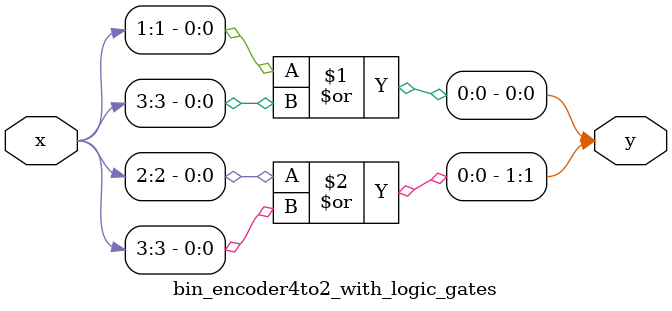
<source format=v>
`timescale 1ns / 1ps

module bin_encoder4to2_with_logic_gates (
    input  wire [3:0] x,
    output wire [1:0] y
);

  assign y[0] = x[1] | x[3];
  assign y[1] = x[2] | x[3];

endmodule

</source>
